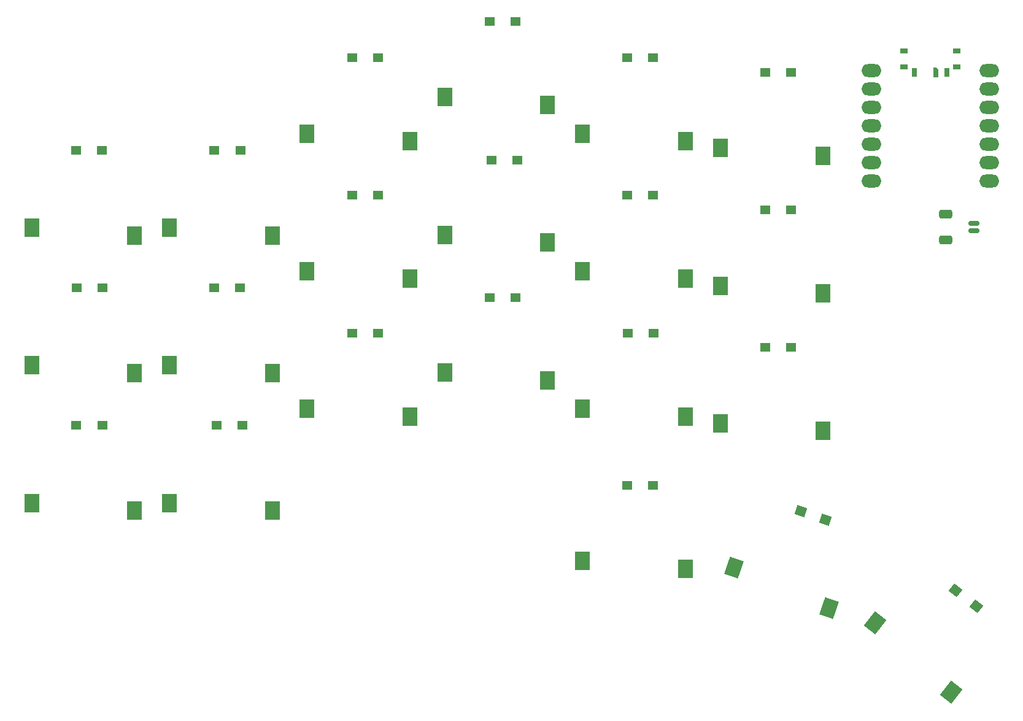
<source format=gbp>
G04 #@! TF.GenerationSoftware,KiCad,Pcbnew,8.0.2-1*
G04 #@! TF.CreationDate,2024-09-12T16:13:46+03:00*
G04 #@! TF.ProjectId,pcb,7063622e-6b69-4636-9164-5f7063625858,rev?*
G04 #@! TF.SameCoordinates,Original*
G04 #@! TF.FileFunction,Paste,Bot*
G04 #@! TF.FilePolarity,Positive*
%FSLAX46Y46*%
G04 Gerber Fmt 4.6, Leading zero omitted, Abs format (unit mm)*
G04 Created by KiCad (PCBNEW 8.0.2-1) date 2024-09-12 16:13:46*
%MOMM*%
%LPD*%
G01*
G04 APERTURE LIST*
G04 Aperture macros list*
%AMRoundRect*
0 Rectangle with rounded corners*
0 $1 Rounding radius*
0 $2 $3 $4 $5 $6 $7 $8 $9 X,Y pos of 4 corners*
0 Add a 4 corners polygon primitive as box body*
4,1,4,$2,$3,$4,$5,$6,$7,$8,$9,$2,$3,0*
0 Add four circle primitives for the rounded corners*
1,1,$1+$1,$2,$3*
1,1,$1+$1,$4,$5*
1,1,$1+$1,$6,$7*
1,1,$1+$1,$8,$9*
0 Add four rect primitives between the rounded corners*
20,1,$1+$1,$2,$3,$4,$5,0*
20,1,$1+$1,$4,$5,$6,$7,0*
20,1,$1+$1,$6,$7,$8,$9,0*
20,1,$1+$1,$8,$9,$2,$3,0*%
%AMRotRect*
0 Rectangle, with rotation*
0 The origin of the aperture is its center*
0 $1 length*
0 $2 width*
0 $3 Rotation angle, in degrees counterclockwise*
0 Add horizontal line*
21,1,$1,$2,0,0,$3*%
%AMOutline5P*
0 Free polygon, 5 corners , with rotation*
0 The origin of the aperture is its center*
0 number of corners: always 5*
0 $1 to $10 corner X, Y*
0 $11 Rotation angle, in degrees counterclockwise*
0 create outline with 5 corners*
4,1,5,$1,$2,$3,$4,$5,$6,$7,$8,$9,$10,$1,$2,$11*%
%AMOutline6P*
0 Free polygon, 6 corners , with rotation*
0 The origin of the aperture is its center*
0 number of corners: always 6*
0 $1 to $12 corner X, Y*
0 $13 Rotation angle, in degrees counterclockwise*
0 create outline with 6 corners*
4,1,6,$1,$2,$3,$4,$5,$6,$7,$8,$9,$10,$11,$12,$1,$2,$13*%
%AMOutline7P*
0 Free polygon, 7 corners , with rotation*
0 The origin of the aperture is its center*
0 number of corners: always 7*
0 $1 to $14 corner X, Y*
0 $15 Rotation angle, in degrees counterclockwise*
0 create outline with 7 corners*
4,1,7,$1,$2,$3,$4,$5,$6,$7,$8,$9,$10,$11,$12,$13,$14,$1,$2,$15*%
%AMOutline8P*
0 Free polygon, 8 corners , with rotation*
0 The origin of the aperture is its center*
0 number of corners: always 8*
0 $1 to $16 corner X, Y*
0 $17 Rotation angle, in degrees counterclockwise*
0 create outline with 8 corners*
4,1,8,$1,$2,$3,$4,$5,$6,$7,$8,$9,$10,$11,$12,$13,$14,$15,$16,$1,$2,$17*%
G04 Aperture macros list end*
%ADD10R,1.000000X0.800000*%
%ADD11R,0.700000X1.280000*%
%ADD12Outline5P,-0.350000X0.640000X0.350000X0.640000X0.350000X-0.640000X-0.070000X-0.640000X-0.350000X-0.360000X180.000000*%
%ADD13RoundRect,0.150000X-0.625000X0.150000X-0.625000X-0.150000X0.625000X-0.150000X0.625000X0.150000X0*%
%ADD14RoundRect,0.250000X-0.650000X0.350000X-0.650000X-0.350000X0.650000X-0.350000X0.650000X0.350000X0*%
%ADD15RotRect,1.425000X1.300000X322.000000*%
%ADD16RotRect,1.425000X1.300000X341.000000*%
%ADD17R,1.425000X1.300000*%
%ADD18R,2.000000X2.500000*%
%ADD19O,2.750000X1.800000*%
%ADD20RotRect,2.000000X2.500000X322.000000*%
%ADD21RotRect,2.000000X2.500000X341.000000*%
G04 APERTURE END LIST*
D10*
X204150000Y-55776046D03*
X204150000Y-57996046D03*
X196850000Y-55776046D03*
X196850000Y-57996046D03*
D11*
X202750000Y-58756046D03*
D12*
X201250000Y-58756046D03*
D11*
X198250000Y-58756046D03*
D13*
X206500000Y-80615970D03*
X206500000Y-79615970D03*
D14*
X202625000Y-78315970D03*
X202625000Y-81915970D03*
D15*
X206817138Y-132441960D03*
X204000000Y-130240970D03*
D16*
X186000000Y-120490970D03*
X182619772Y-119327064D03*
D17*
X181250000Y-96740970D03*
X177675000Y-96740970D03*
X162250000Y-115740970D03*
X158675000Y-115740970D03*
X105287500Y-69490970D03*
X101712500Y-69490970D03*
X105250000Y-88490970D03*
X101675000Y-88490970D03*
X162287500Y-94740970D03*
X158712500Y-94740970D03*
X181250000Y-58740970D03*
X177675000Y-58740970D03*
X86287500Y-88490970D03*
X82712500Y-88490970D03*
X181250000Y-77740970D03*
X177675000Y-77740970D03*
X143250000Y-51740970D03*
X139675000Y-51740970D03*
X143500000Y-70865970D03*
X139925000Y-70865970D03*
X162250000Y-56740970D03*
X158675000Y-56740970D03*
X124287500Y-56740970D03*
X120712500Y-56740970D03*
X86250000Y-107490970D03*
X82675000Y-107490970D03*
X162250000Y-75740970D03*
X158675000Y-75740970D03*
X124325000Y-75740970D03*
X120750000Y-75740970D03*
X124287500Y-94740970D03*
X120712500Y-94740970D03*
X105575000Y-107490970D03*
X102000000Y-107490970D03*
X86187500Y-69490970D03*
X82612500Y-69490970D03*
X143287500Y-89865970D03*
X139712500Y-89865970D03*
D18*
X76500000Y-80200000D03*
X90700000Y-81250000D03*
X114500000Y-67200000D03*
X128700000Y-68250000D03*
X114500000Y-86200000D03*
X128700000Y-87250000D03*
X95500000Y-80200000D03*
X109700000Y-81250000D03*
X76500000Y-99190970D03*
X90700000Y-100240970D03*
D19*
X208594960Y-58496046D03*
X208594960Y-61036046D03*
X208594960Y-63576046D03*
X208594960Y-66116046D03*
X208594960Y-68656046D03*
X208594960Y-71196046D03*
X208594960Y-73736046D03*
X192405040Y-73736046D03*
X192405040Y-71196046D03*
X192405040Y-68656046D03*
X192405040Y-66116046D03*
X192405040Y-63576046D03*
X192405040Y-61036046D03*
X192405040Y-58496046D03*
D18*
X185700000Y-70250000D03*
X171500000Y-69200000D03*
X152500000Y-105200000D03*
X166700000Y-106250000D03*
X152500000Y-86200000D03*
X166700000Y-87250000D03*
X109700000Y-100240970D03*
X95500000Y-99190970D03*
X147700000Y-63240970D03*
X133500000Y-62190970D03*
X166700000Y-127240970D03*
X152500000Y-126190970D03*
X133500000Y-100200000D03*
X147700000Y-101250000D03*
X95500000Y-118200000D03*
X109700000Y-119250000D03*
X76500000Y-118190970D03*
X90700000Y-119240970D03*
X133500000Y-81190970D03*
X147700000Y-82240970D03*
X171500000Y-88200000D03*
X185700000Y-89250000D03*
X114500000Y-105200000D03*
X128700000Y-106250000D03*
D20*
X192869443Y-134720318D03*
X203412752Y-144290123D03*
D21*
X173405681Y-127080362D03*
X186490199Y-132696225D03*
D18*
X185700000Y-108250000D03*
X171500000Y-107200000D03*
X152500000Y-67200000D03*
X166700000Y-68250000D03*
M02*

</source>
